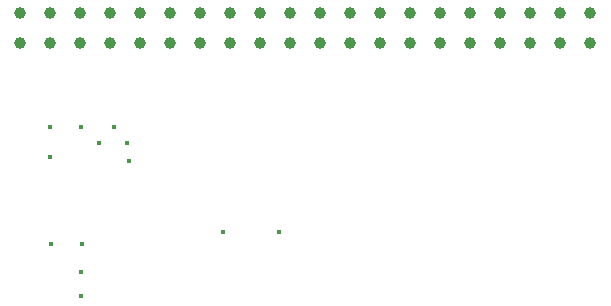
<source format=gbr>
%TF.GenerationSoftware,KiCad,Pcbnew,(5.1.5)-3*%
%TF.CreationDate,2021-10-20T10:58:11+01:00*%
%TF.ProjectId,pHAT_PASSIVE_TAG,70484154-5f50-4415-9353-4956455f5441,1*%
%TF.SameCoordinates,Original*%
%TF.FileFunction,Plated,1,2,PTH,Drill*%
%TF.FilePolarity,Positive*%
%FSLAX46Y46*%
G04 Gerber Fmt 4.6, Leading zero omitted, Abs format (unit mm)*
G04 Created by KiCad (PCBNEW (5.1.5)-3) date 2021-10-20 10:58:11*
%MOMM*%
%LPD*%
G04 APERTURE LIST*
%TA.AperFunction,ViaDrill*%
%ADD10C,0.400000*%
%TD*%
%TA.AperFunction,ComponentDrill*%
%ADD11C,0.400000*%
%TD*%
%TA.AperFunction,ComponentDrill*%
%ADD12C,1.000000*%
%TD*%
G04 APERTURE END LIST*
D10*
X45046900Y-44881800D03*
X45046900Y-47383700D03*
X45059600Y-54711600D03*
X47599600Y-44881800D03*
X47675800Y-57150000D03*
X47675800Y-59182000D03*
X47701200Y-54711600D03*
X49149000Y-46177200D03*
X50419000Y-44881800D03*
X51536600Y-46177200D03*
X51689000Y-47752000D03*
D11*
%TO.C,AE1*%
X59660000Y-53719500D03*
X64414400Y-53721000D03*
D12*
%TO.C,J2*%
X42510800Y-35213600D03*
X42510800Y-37753600D03*
X45050800Y-35213600D03*
X45050800Y-37753600D03*
X47590800Y-35213600D03*
X47590800Y-37753600D03*
X50130800Y-35213600D03*
X50130800Y-37753600D03*
X52670800Y-35213600D03*
X52670800Y-37753600D03*
X55210800Y-35213600D03*
X55210800Y-37753600D03*
X57750800Y-35213600D03*
X57750800Y-37753600D03*
X60290800Y-35213600D03*
X60290800Y-37753600D03*
X62830800Y-35213600D03*
X62830800Y-37753600D03*
X65370800Y-35213600D03*
X65370800Y-37753600D03*
X67910800Y-35213600D03*
X67910800Y-37753600D03*
X70450800Y-35213600D03*
X70450800Y-37753600D03*
X72990800Y-35213600D03*
X72990800Y-37753600D03*
X75530800Y-35213600D03*
X75530800Y-37753600D03*
X78070800Y-35213600D03*
X78070800Y-37753600D03*
X80610800Y-35213600D03*
X80610800Y-37753600D03*
X83150800Y-35213600D03*
X83150800Y-37753600D03*
X85690800Y-35213600D03*
X85690800Y-37753600D03*
X88230800Y-35213600D03*
X88230800Y-37753600D03*
X90770800Y-35213600D03*
X90770800Y-37753600D03*
M02*

</source>
